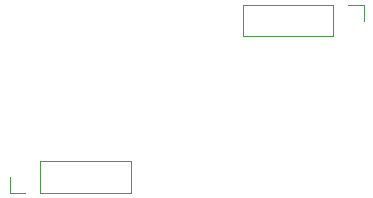
<source format=gbr>
%TF.GenerationSoftware,KiCad,Pcbnew,8.0.6*%
%TF.CreationDate,2025-04-02T20:39:07+07:00*%
%TF.ProjectId,Zellia80,5a656c6c-6961-4383-902e-6b696361645f,rev?*%
%TF.SameCoordinates,Original*%
%TF.FileFunction,Legend,Top*%
%TF.FilePolarity,Positive*%
%FSLAX46Y46*%
G04 Gerber Fmt 4.6, Leading zero omitted, Abs format (unit mm)*
G04 Created by KiCad (PCBNEW 8.0.6) date 2025-04-02 20:39:07*
%MOMM*%
%LPD*%
G01*
G04 APERTURE LIST*
%ADD10C,0.120000*%
%ADD11C,0.800000*%
%ADD12C,5.000000*%
%ADD13O,1.700000X1.700000*%
%ADD14R,1.700000X1.700000*%
%ADD15C,1.750000*%
%ADD16C,3.048000*%
%ADD17C,3.987800*%
G04 APERTURE END LIST*
D10*
%TO.C,J3*%
X283703078Y-76739402D02*
X283703078Y-74079402D01*
X276023078Y-76739402D02*
X283703078Y-76739402D01*
X276023078Y-76739402D02*
X276023078Y-74079402D01*
X276023078Y-74079402D02*
X283703078Y-74079402D01*
X274753078Y-76739402D02*
X273423078Y-76739402D01*
X273423078Y-76739402D02*
X273423078Y-75409402D01*
%TO.C,J4*%
X303425293Y-60845020D02*
X303425293Y-62175020D01*
X302095293Y-60845020D02*
X303425293Y-60845020D01*
X300825293Y-63505020D02*
X293145293Y-63505020D01*
X300825293Y-60845020D02*
X300825293Y-63505020D01*
X300825293Y-60845020D02*
X293145293Y-60845020D01*
X293145293Y-60845020D02*
X293145293Y-63505020D01*
%TD*%
%LPC*%
D11*
%TO.C,H16*%
X275718750Y-71437500D03*
X275169575Y-72763325D03*
X275169575Y-70111675D03*
X273843750Y-73312500D03*
D12*
X273843750Y-71437500D03*
D11*
X273843750Y-69562500D03*
X272517925Y-72763325D03*
X272517925Y-70111675D03*
X271968750Y-71437500D03*
%TD*%
%TO.C,H13*%
X320962122Y-11000010D03*
X320412947Y-12325835D03*
X320412947Y-9674185D03*
X319087122Y-12875010D03*
D12*
X319087122Y-11000010D03*
D11*
X319087122Y-9125010D03*
X317761297Y-12325835D03*
X317761297Y-9674185D03*
X317212122Y-11000010D03*
%TD*%
%TO.C,H14*%
X17352747Y-100012510D03*
X16803572Y-101338335D03*
X16803572Y-98686685D03*
X15477747Y-101887510D03*
D12*
X15477747Y-100012510D03*
D11*
X15477747Y-98137510D03*
X14151922Y-101338335D03*
X14151922Y-98686685D03*
X13602747Y-100012510D03*
%TD*%
%TO.C,H11*%
X194756250Y-33337500D03*
X194207075Y-34663325D03*
X194207075Y-32011675D03*
X192881250Y-35212500D03*
D12*
X192881250Y-33337500D03*
D11*
X192881250Y-31462500D03*
X191555425Y-34663325D03*
X191555425Y-32011675D03*
X191006250Y-33337500D03*
%TD*%
%TO.C,H5*%
X175487244Y-11000010D03*
X174938069Y-12325835D03*
X174938069Y-9674185D03*
X173612244Y-12875010D03*
D12*
X173612244Y-11000010D03*
D11*
X173612244Y-9125010D03*
X172286419Y-12325835D03*
X172286419Y-9674185D03*
X171737244Y-11000010D03*
%TD*%
D13*
%TO.C,J3*%
X282373078Y-75409402D03*
X279833078Y-75409402D03*
X277293078Y-75409402D03*
D14*
X274753078Y-75409402D03*
%TD*%
D11*
%TO.C,H4*%
X-3362878Y-51387510D03*
X-3912053Y-52713335D03*
X-3912053Y-50061685D03*
X-5237878Y-53262510D03*
D12*
X-5237878Y-51387510D03*
D11*
X-5237878Y-49512510D03*
X-6563703Y-52713335D03*
X-6563703Y-50061685D03*
X-7112878Y-51387510D03*
%TD*%
D13*
%TO.C,J4*%
X294475293Y-62175020D03*
X297015293Y-62175020D03*
X299555293Y-62175020D03*
D14*
X302095293Y-62175020D03*
%TD*%
D11*
%TO.C,H10*%
X285243750Y-33337500D03*
X284694575Y-34663325D03*
X284694575Y-32011675D03*
X283368750Y-35212500D03*
D12*
X283368750Y-33337500D03*
D11*
X283368750Y-31462500D03*
X282042925Y-34663325D03*
X282042925Y-32011675D03*
X281493750Y-33337500D03*
%TD*%
%TO.C,H1*%
X94874244Y-11000010D03*
X94325069Y-12325835D03*
X94325069Y-9674185D03*
X92999244Y-12875010D03*
D12*
X92999244Y-11000010D03*
D11*
X92999244Y-9125010D03*
X91673419Y-12325835D03*
X91673419Y-9674185D03*
X91124244Y-11000010D03*
%TD*%
%TO.C,H18*%
X199518750Y-71437500D03*
X198969575Y-72763325D03*
X198969575Y-70111675D03*
X197643750Y-73312500D03*
D12*
X197643750Y-71437500D03*
D11*
X197643750Y-69562500D03*
X196317925Y-72763325D03*
X196317925Y-70111675D03*
X195768750Y-71437500D03*
%TD*%
%TO.C,H12*%
X13874244Y-11000010D03*
X13325069Y-12325835D03*
X13325069Y-9674185D03*
X11999244Y-12875010D03*
D12*
X11999244Y-11000010D03*
D11*
X11999244Y-9125010D03*
X10673419Y-12325835D03*
X10673419Y-9674185D03*
X10124244Y-11000010D03*
%TD*%
%TO.C,H17*%
X80456250Y-33337500D03*
X79907075Y-34663325D03*
X79907075Y-32011675D03*
X78581250Y-35212500D03*
D12*
X78581250Y-33337500D03*
D11*
X78581250Y-31462500D03*
X77255425Y-34663325D03*
X77255425Y-32011675D03*
X76706250Y-33337500D03*
%TD*%
%TO.C,H2*%
X262487244Y-11000010D03*
X261938069Y-12325835D03*
X261938069Y-9674185D03*
X260612244Y-12875010D03*
D12*
X260612244Y-11000010D03*
D11*
X260612244Y-9125010D03*
X259286419Y-12325835D03*
X259286419Y-9674185D03*
X258737244Y-11000010D03*
%TD*%
%TO.C,H3*%
X85218750Y-71437500D03*
X84669575Y-72763325D03*
X84669575Y-70111675D03*
X83343750Y-73312500D03*
D12*
X83343750Y-71437500D03*
D11*
X83343750Y-69562500D03*
X82017925Y-72763325D03*
X82017925Y-70111675D03*
X81468750Y-71437500D03*
%TD*%
%TO.C,H15*%
X253096497Y-100012510D03*
X252547322Y-101338335D03*
X252547322Y-98686685D03*
X251221497Y-101887510D03*
D12*
X251221497Y-100012510D03*
D11*
X251221497Y-98137510D03*
X249895672Y-101338335D03*
X249895672Y-98686685D03*
X249346497Y-100012510D03*
%TD*%
%TO.C,H8*%
X326487244Y-84012520D03*
X325938069Y-85338345D03*
X325938069Y-82686695D03*
X324612244Y-85887520D03*
D12*
X324612244Y-84012520D03*
D11*
X324612244Y-82137520D03*
X323286419Y-85338345D03*
X323286419Y-82686695D03*
X322737244Y-84012520D03*
%TD*%
%TO.C,H7*%
X145725000Y-103012500D03*
X145175825Y-104338325D03*
X145175825Y-101686675D03*
X143850000Y-104887500D03*
D12*
X143850000Y-103012500D03*
D11*
X143850000Y-101137500D03*
X142524175Y-104338325D03*
X142524175Y-101686675D03*
X141975000Y-103012500D03*
%TD*%
D15*
%TO.C,U25*%
X37782501Y-80962500D03*
X47942499Y-80962500D03*
%TD*%
%TO.C,U23*%
X42545001Y-42862500D03*
X52704999Y-42862500D03*
%TD*%
%TO.C,U96*%
X323532501Y-100012500D03*
X333692499Y-100012500D03*
%TD*%
%TO.C,U26*%
X118745001Y0D03*
X128904999Y0D03*
%TD*%
%TO.C,U27*%
X137795001Y0D03*
X147954999Y0D03*
%TD*%
%TO.C,U30*%
X66357501Y-61912500D03*
X76517499Y-61912500D03*
%TD*%
%TO.C,U38*%
X180657501Y0D03*
X190817499Y0D03*
%TD*%
%TO.C,U66*%
X180657501Y-61912500D03*
X190817499Y-61912500D03*
%TD*%
%TO.C,U13*%
X56832501Y0D03*
X66992499Y0D03*
%TD*%
%TO.C,U20*%
X99695001Y0D03*
X109854999Y0D03*
%TD*%
%TO.C,U72*%
X199707501Y-61912500D03*
X209867499Y-61912500D03*
%TD*%
%TO.C,U79*%
X209232501Y-80962500D03*
X219392499Y-80962500D03*
%TD*%
%TO.C,U44*%
X218757501Y0D03*
X228917499Y0D03*
%TD*%
%TO.C,U32*%
X156845001Y0D03*
X167004999Y0D03*
%TD*%
%TO.C,U9*%
X37782501Y0D03*
X47942499Y0D03*
%TD*%
%TO.C,U55*%
X133032501Y-80962500D03*
X143192499Y-80962500D03*
%TD*%
%TO.C,U82*%
X223520001Y-23812500D03*
X233679999Y-23812500D03*
%TD*%
%TO.C,U77*%
X213995001Y-42862500D03*
X224154999Y-42862500D03*
%TD*%
%TO.C,U58*%
X147320001Y-23812500D03*
X157479999Y-23812500D03*
%TD*%
%TO.C,U31*%
X56832501Y-80962500D03*
X66992499Y-80962500D03*
%TD*%
%TO.C,U89*%
X256857500Y-42862500D03*
X267017500Y-42862500D03*
%TD*%
%TO.C,U92*%
X233045001Y-100012500D03*
X243204999Y-100012500D03*
%TD*%
%TO.C,U37*%
X75882501Y-80962500D03*
X86042499Y-80962500D03*
%TD*%
%TO.C,U18*%
X28257501Y-61912500D03*
X38417499Y-61912500D03*
%TD*%
%TO.C,U65*%
X175895001Y-42862500D03*
X186054999Y-42862500D03*
%TD*%
%TO.C,U10*%
X-5079999Y-23812500D03*
X5079999Y-23812500D03*
%TD*%
%TO.C,U97*%
X304482501Y-80962500D03*
X314642499Y-80962500D03*
%TD*%
%TO.C,U87*%
X323532501Y-23812500D03*
X333692499Y-23812500D03*
%TD*%
%TO.C,U12*%
X2063750Y-61912500D03*
X12223750Y-61912500D03*
%TD*%
%TO.C,U86*%
X304482501Y-23812500D03*
X314642499Y-23812500D03*
%TD*%
D16*
%TO.C,U57*%
X238125000Y-73977500D03*
D17*
X238125000Y-89217500D03*
D15*
X244951250Y-80962500D03*
X255111250Y-80962500D03*
D16*
X261937500Y-73977500D03*
D17*
X261937500Y-89217500D03*
%TD*%
D15*
%TO.C,U83*%
X233045001Y-42862500D03*
X243204999Y-42862500D03*
%TD*%
D16*
%TO.C,U33*%
X0Y-73977500D03*
D17*
X0Y-89217500D03*
D15*
X6826250Y-80962500D03*
X16986250Y-80962500D03*
D16*
X23812500Y-73977500D03*
D17*
X23812500Y-89217500D03*
%TD*%
D15*
%TO.C,U93*%
X304482501Y0D03*
X314642499Y0D03*
%TD*%
%TO.C,U17*%
X23495001Y-42862500D03*
X33654999Y-42862500D03*
%TD*%
%TO.C,U88*%
X285432501Y-42862500D03*
X295592499Y-42862500D03*
%TD*%
D16*
%TO.C,U3*%
X245268750Y-16827500D03*
D17*
X245268750Y-32067500D03*
D15*
X252095000Y-23812500D03*
X262255000Y-23812500D03*
D16*
X269081250Y-16827500D03*
D17*
X269081250Y-32067500D03*
%TD*%
D15*
%TO.C,U34*%
X71120001Y-23812500D03*
X81279999Y-23812500D03*
%TD*%
%TO.C,U35*%
X80645001Y-42862500D03*
X90804999Y-42862500D03*
%TD*%
%TO.C,U6*%
X47307500Y-100012500D03*
X57467500Y-100012500D03*
%TD*%
%TO.C,U36*%
X85407501Y-61912500D03*
X95567499Y-61912500D03*
%TD*%
%TO.C,U70*%
X185420001Y-23812500D03*
X195579999Y-23812500D03*
%TD*%
%TO.C,U8*%
X209232500Y-100012500D03*
X219392500Y-100012500D03*
%TD*%
%TO.C,U50*%
X261620001Y0D03*
X271779999Y0D03*
%TD*%
%TO.C,U43*%
X94932501Y-80962500D03*
X105092499Y-80962500D03*
%TD*%
%TO.C,U52*%
X128270001Y-23812500D03*
X138429999Y-23812500D03*
%TD*%
%TO.C,U22*%
X33020001Y-23812500D03*
X43179999Y-23812500D03*
%TD*%
%TO.C,U5*%
X23495001Y-100012500D03*
X33654999Y-100012500D03*
%TD*%
%TO.C,U67*%
X171132501Y-80962500D03*
X181292499Y-80962500D03*
%TD*%
%TO.C,U54*%
X142557501Y-61912500D03*
X152717499Y-61912500D03*
%TD*%
%TO.C,U53*%
X137795001Y-42862500D03*
X147954999Y-42862500D03*
%TD*%
%TO.C,U29*%
X61595001Y-42862500D03*
X71754999Y-42862500D03*
%TD*%
%TO.C,U91*%
X323532501Y-42862500D03*
X333692499Y-42862500D03*
%TD*%
%TO.C,U40*%
X90170001Y-23812500D03*
X100329999Y-23812500D03*
%TD*%
%TO.C,U90*%
X304482501Y-42862500D03*
X314642499Y-42862500D03*
%TD*%
%TO.C,U75*%
X285432501Y0D03*
X295592499Y0D03*
%TD*%
%TO.C,U45*%
X237807501Y0D03*
X247967499Y0D03*
%TD*%
%TO.C,U47*%
X118745001Y-42862500D03*
X128904999Y-42862500D03*
%TD*%
%TO.C,U95*%
X304482501Y-100012500D03*
X314642499Y-100012500D03*
%TD*%
%TO.C,U71*%
X194945001Y-42862500D03*
X205104999Y-42862500D03*
%TD*%
%TO.C,U14*%
X75882501Y0D03*
X86042499Y0D03*
%TD*%
%TO.C,U28*%
X52070001Y-23812500D03*
X62229999Y-23812500D03*
%TD*%
%TO.C,U42*%
X104457501Y-61912500D03*
X114617499Y-61912500D03*
%TD*%
%TO.C,U4*%
X-317500Y-100012500D03*
X9842500Y-100012500D03*
%TD*%
%TO.C,U11*%
X-317500Y-42862500D03*
X9842500Y-42862500D03*
%TD*%
%TO.C,U73*%
X190182501Y-80962500D03*
X200342499Y-80962500D03*
%TD*%
D17*
%TO.C,U84*%
X242887499Y-53657500D03*
D16*
X242887500Y-68897500D03*
D15*
X249713751Y-61912500D03*
X259873749Y-61912500D03*
D16*
X266700000Y-68897500D03*
D17*
X266700001Y-53657500D03*
%TD*%
D15*
%TO.C,U41*%
X99695001Y-42862500D03*
X109854999Y-42862500D03*
%TD*%
%TO.C,U48*%
X123507501Y-61912500D03*
X133667499Y-61912500D03*
%TD*%
%TO.C,U39*%
X199707501Y0D03*
X209867499Y0D03*
%TD*%
%TO.C,U60*%
X161607501Y-61912500D03*
X171767499Y-61912500D03*
%TD*%
%TO.C,U94*%
X285432501Y-100012500D03*
X295592499Y-100012500D03*
%TD*%
%TO.C,U64*%
X166370001Y-23812500D03*
X176529999Y-23812500D03*
%TD*%
D17*
%TO.C,U7*%
X76200000Y-91757500D03*
D16*
X76200000Y-106997500D03*
D15*
X128270000Y-100012500D03*
X138430000Y-100012500D03*
D17*
X190500000Y-91757500D03*
D16*
X190500000Y-106997500D03*
%TD*%
D15*
%TO.C,U59*%
X156845001Y-42862500D03*
X167004999Y-42862500D03*
%TD*%
%TO.C,U78*%
X218757501Y-61912500D03*
X228917499Y-61912500D03*
%TD*%
%TO.C,U99*%
X323532501Y0D03*
X333692499Y0D03*
%TD*%
%TO.C,U16*%
X13970001Y-23812500D03*
X24129999Y-23812500D03*
%TD*%
%TO.C,U49*%
X113982501Y-80962500D03*
X124142499Y-80962500D03*
%TD*%
%TO.C,U61*%
X152082501Y-80962500D03*
X162242499Y-80962500D03*
%TD*%
%TO.C,U46*%
X109220001Y-23812500D03*
X119379999Y-23812500D03*
%TD*%
%TO.C,U76*%
X204470001Y-23812500D03*
X214629999Y-23812500D03*
%TD*%
%TO.C,U98*%
X256857500Y-100012500D03*
X267017500Y-100012500D03*
%TD*%
%TO.C,U2*%
X18732501Y0D03*
X28892499Y0D03*
%TD*%
%TO.C,U1*%
X-5079999Y0D03*
X5079999Y0D03*
%TD*%
%TO.C,U80*%
X285432501Y-23812500D03*
X295592499Y-23812500D03*
%TD*%
%TO.C,U24*%
X47307501Y-61912500D03*
X57467499Y-61912500D03*
%TD*%
%LPD*%
M02*

</source>
